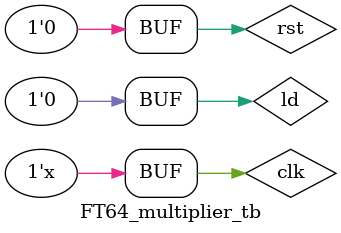
<source format=v>
module FT64_multiplier(rst, clk, ld, abort, sgn, sgnus, a, b, o, done, idle);
parameter WID=64;
parameter SGNADJO=3'd2;
parameter MULT=3'd3;
parameter IDLE=3'd4;
parameter DONE=3'd5;
input clk;
input rst;
input ld;
input abort;
input sgn;
input sgnus;
input [WID-1:0] a;
input [WID-1:0] b;
output [WID*2-1:0] o;
reg [WID*2-1:0] o;
output done;
output idle;

reg [WID-1:0] aa,bb;
reg so;
reg [2:0] state;
reg [7:0] cnt;
wire cnt_done = cnt==8'd0;
assign done = state==DONE || (state==IDLE && !ld); // State == DONE
assign idle = state==IDLE;
reg [WID*2-1:0] prod;
//wire [64:0] p1 = aa[0] ? prod[127:64] + b : prod[127:64];
//wire [65:0] p2 = aa[1] ? p1 + {b,1'b0} : p1;
wire [WID+WID/4-1:0] p1 = bb * aa[WID/4-1:0] + prod[WID*2-1:WID];

initial begin
    prod = 64'd0;
    o = 64'd0;
end

always @(posedge clk)
if (rst) begin
	aa <= {WID{1'b0}};
	bb <= {WID{1'b0}};
	prod <= {WID*2{1'b0}};
	o <= {WID*2{1'b0}};
	state <= IDLE;
end
else
begin
if (abort)
    cnt <= 8'd00;
else if (!cnt_done)
	cnt <= cnt - 8'd1;

case(state)
IDLE:
	if (ld) begin
	    if (sgnus) begin
			aa <= a[WID-1] ? -a : a;
			bb <= b;
			so = a[WID-1];
	    end
		else if (sgn) begin
			aa <= a[WID-1] ? -a : a;
			bb <= b[WID-1] ? -b : b;
			so <= a[WID-1] ^ b[WID-1];
		end
		else begin
			aa <= a;
			bb <= b;
			so <= 1'b0;
		end
		prod <= {WID*2{1'b0}};
		cnt <= 8'd4;
		state <= MULT;
	end
MULT:
	if (!cnt_done) begin
		aa <= {16'b0,aa[WID-1:WID/4]};
		prod <= {16'b0,prod[WID*2-1:WID/4]};
		prod[WID*2-1:WID*3/4] <= p1;
	end
	else begin
		if (sgn|sgnus) begin
			if (so)
				o <= -prod;
			else
				o <= prod;
		end
		else
			o <= prod;
		state <= DONE;
	end
default:
	state <= IDLE;
endcase
end

endmodule

module FT64_multiplier_tb();

reg rst;
reg clk;
reg ld;
wire [127:0] o;

initial begin
	clk = 1;
	rst = 0;
	#100 rst = 1;
	#100 rst = 0;
	#100 ld = 1;
	#150 ld = 0;
end

always #10 clk = ~clk;	//  50 MHz


FT64_multiplier u1
(
	.rst(rst),
	.clk(clk),
	.ld(ld),
	.sgn(1'b0),
	.isMuli(1'b1),
	.a(64'd56),
	.b(64'd0),
	.imm(64'd27),
	.o(o)
);

endmodule


</source>
